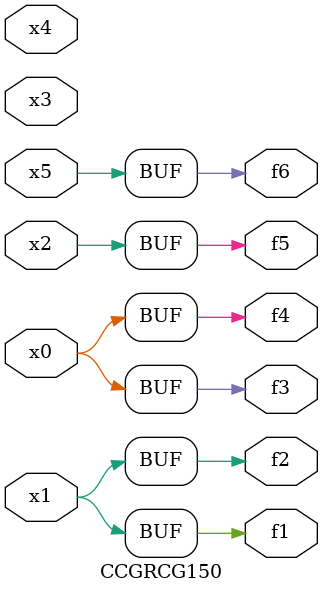
<source format=v>
module CCGRCG150(
	input x0, x1, x2, x3, x4, x5,
	output f1, f2, f3, f4, f5, f6
);
	assign f1 = x1;
	assign f2 = x1;
	assign f3 = x0;
	assign f4 = x0;
	assign f5 = x2;
	assign f6 = x5;
endmodule

</source>
